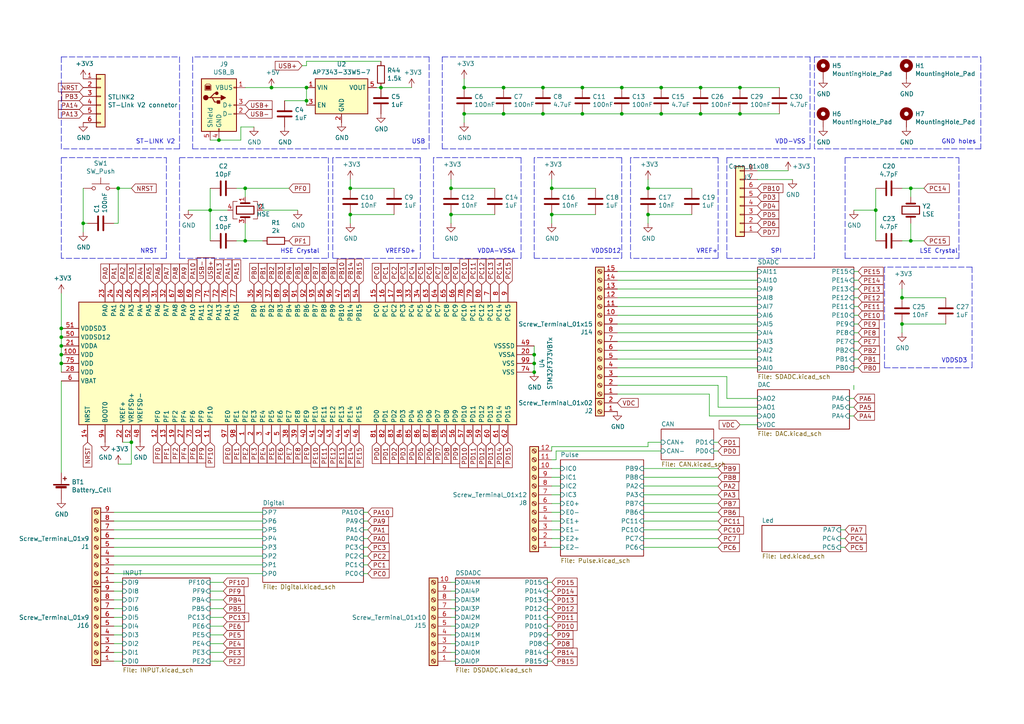
<source format=kicad_sch>
(kicad_sch (version 20211123) (generator eeschema)
  (paper "A4")
  (junction (at 160.02 54.61))
  (junction (at 17.78 97.79))
  (junction (at 154.94 102.87))
  (junction (at 130.81 62.23))
  (junction (at 180.34 33.02))
  (junction (at 264.16 54.61))
  (junction (at 154.94 105.41))
  (junction (at 101.6 54.61))
  (junction (at 254 60.96))
  (junction (at 88.9 25.4))
  (junction (at 154.94 107.95))
  (junction (at 17.78 102.87))
  (junction (at 17.78 105.41))
  (junction (at 17.78 95.25))
  (junction (at 157.48 25.4))
  (junction (at 168.91 25.4))
  (junction (at 38.1 128.27))
  (junction (at 180.34 25.4))
  (junction (at 146.05 33.02))
  (junction (at 261.62 93.98))
  (junction (at 168.91 33.02))
  (junction (at 191.77 25.4))
  (junction (at 134.62 25.4))
  (junction (at 261.62 86.36))
  (junction (at 187.96 62.23))
  (junction (at 191.77 33.02))
  (junction (at 203.2 25.4))
  (junction (at 187.96 54.61))
  (junction (at 34.29 54.61))
  (junction (at 88.9 29.21))
  (junction (at 130.81 54.61))
  (junction (at 134.62 33.02))
  (junction (at 264.16 69.85))
  (junction (at 146.05 25.4))
  (junction (at 63.5 40.64))
  (junction (at 60.96 60.96))
  (junction (at 71.12 54.61))
  (junction (at 160.02 62.23))
  (junction (at 157.48 33.02))
  (junction (at 214.63 33.02))
  (junction (at 203.2 33.02))
  (junction (at 214.63 25.4))
  (junction (at 24.13 64.77))
  (junction (at 71.12 69.85))
  (junction (at 17.78 100.33))
  (junction (at 78.74 25.4))
  (junction (at 101.6 62.23))
  (junction (at 110.49 25.4))
  (wire (pts (xy 158.75 176.53) (xy 160.02 176.53)))
  (polyline (pts (xy 128.27 43.18) (xy 128.27 16.51)))
  (wire (pts (xy 134.62 25.4) (xy 146.05 25.4)))
  (wire (pts (xy 261.62 54.61) (xy 264.16 54.61)))
  (wire (pts (xy 71.12 57.15) (xy 71.12 54.61)))
  (wire (pts (xy 132.08 176.53) (xy 130.81 176.53)))
  (wire (pts (xy 179.07 93.98) (xy 219.71 93.98)))
  (polyline (pts (xy 284.48 43.18) (xy 236.22 43.18)))
  (polyline (pts (xy 210.82 74.93) (xy 236.22 74.93)))
  (wire (pts (xy 157.48 25.4) (xy 168.91 25.4)))
  (wire (pts (xy 210.82 115.57) (xy 210.82 109.22)))
  (wire (pts (xy 64.77 186.69) (xy 60.96 186.69)))
  (wire (pts (xy 134.62 33.02) (xy 146.05 33.02)))
  (wire (pts (xy 172.72 54.61) (xy 160.02 54.61)))
  (wire (pts (xy 247.65 96.52) (xy 248.92 96.52)))
  (wire (pts (xy 17.78 107.95) (xy 17.78 105.41)))
  (wire (pts (xy 132.08 181.61) (xy 130.81 181.61)))
  (wire (pts (xy 33.02 184.15) (xy 35.56 184.15)))
  (wire (pts (xy 76.2 161.29) (xy 33.02 161.29)))
  (wire (pts (xy 132.08 191.77) (xy 130.81 191.77)))
  (polyline (pts (xy 208.28 74.93) (xy 182.88 74.93)))
  (polyline (pts (xy 245.11 45.72) (xy 278.13 45.72)))
  (wire (pts (xy 160.02 133.35) (xy 161.29 133.35)))
  (wire (pts (xy 33.02 189.23) (xy 35.56 189.23)))
  (wire (pts (xy 247.65 86.36) (xy 248.92 86.36)))
  (wire (pts (xy 38.1 128.27) (xy 38.1 134.62)))
  (wire (pts (xy 17.78 97.79) (xy 17.78 95.25)))
  (wire (pts (xy 64.77 184.15) (xy 60.96 184.15)))
  (polyline (pts (xy 55.88 16.51) (xy 55.88 43.18)))
  (wire (pts (xy 158.75 171.45) (xy 160.02 171.45)))
  (wire (pts (xy 254 54.61) (xy 254 60.96)))
  (wire (pts (xy 66.04 60.96) (xy 60.96 60.96)))
  (wire (pts (xy 17.78 95.25) (xy 17.78 85.09)))
  (polyline (pts (xy 17.78 16.51) (xy 52.07 16.51)))
  (wire (pts (xy 114.3 62.23) (xy 101.6 62.23)))
  (wire (pts (xy 105.41 166.37) (xy 106.68 166.37)))
  (wire (pts (xy 34.29 54.61) (xy 34.29 64.77)))
  (wire (pts (xy 180.34 33.02) (xy 191.77 33.02)))
  (wire (pts (xy 33.02 153.67) (xy 76.2 153.67)))
  (wire (pts (xy 60.96 60.96) (xy 54.61 60.96)))
  (wire (pts (xy 186.69 138.43) (xy 208.28 138.43)))
  (wire (pts (xy 33.02 158.75) (xy 76.2 158.75)))
  (wire (pts (xy 274.32 86.36) (xy 261.62 86.36)))
  (wire (pts (xy 101.6 62.23) (xy 101.6 64.77)))
  (wire (pts (xy 114.3 54.61) (xy 101.6 54.61)))
  (wire (pts (xy 186.69 143.51) (xy 208.28 143.51)))
  (wire (pts (xy 33.02 64.77) (xy 34.29 64.77)))
  (wire (pts (xy 76.2 156.21) (xy 33.02 156.21)))
  (wire (pts (xy 160.02 54.61) (xy 160.02 52.07)))
  (wire (pts (xy 24.13 67.31) (xy 24.13 64.77)))
  (wire (pts (xy 132.08 186.69) (xy 130.81 186.69)))
  (wire (pts (xy 186.69 146.05) (xy 208.28 146.05)))
  (wire (pts (xy 247.65 101.6) (xy 248.92 101.6)))
  (wire (pts (xy 187.96 128.27) (xy 191.77 128.27)))
  (wire (pts (xy 219.71 101.6) (xy 179.07 101.6)))
  (polyline (pts (xy 48.26 74.93) (xy 17.78 74.93)))
  (wire (pts (xy 247.65 91.44) (xy 248.92 91.44)))
  (polyline (pts (xy 17.78 16.51) (xy 17.78 43.18)))
  (polyline (pts (xy 125.73 74.93) (xy 151.13 74.93)))
  (wire (pts (xy 264.16 54.61) (xy 267.97 54.61)))
  (wire (pts (xy 76.2 148.59) (xy 33.02 148.59)))
  (wire (pts (xy 101.6 54.61) (xy 101.6 52.07)))
  (wire (pts (xy 246.38 120.65) (xy 247.65 120.65)))
  (wire (pts (xy 34.29 54.61) (xy 38.1 54.61)))
  (polyline (pts (xy 256.54 106.68) (xy 281.94 106.68)))
  (wire (pts (xy 179.07 106.68) (xy 219.71 106.68)))
  (wire (pts (xy 35.56 191.77) (xy 33.02 191.77)))
  (wire (pts (xy 88.9 30.48) (xy 88.9 29.21)))
  (wire (pts (xy 186.69 151.13) (xy 208.28 151.13)))
  (wire (pts (xy 245.11 158.75) (xy 243.84 158.75)))
  (polyline (pts (xy 210.82 45.72) (xy 236.22 45.72)))
  (wire (pts (xy 130.81 184.15) (xy 132.08 184.15)))
  (wire (pts (xy 248.92 99.06) (xy 247.65 99.06)))
  (wire (pts (xy 200.66 62.23) (xy 187.96 62.23)))
  (wire (pts (xy 168.91 25.4) (xy 180.34 25.4)))
  (wire (pts (xy 210.82 109.22) (xy 179.07 109.22)))
  (wire (pts (xy 226.06 33.02) (xy 214.63 33.02)))
  (wire (pts (xy 35.56 176.53) (xy 33.02 176.53)))
  (polyline (pts (xy 17.78 74.93) (xy 17.78 45.72)))
  (wire (pts (xy 106.68 163.83) (xy 105.41 163.83)))
  (wire (pts (xy 187.96 54.61) (xy 187.96 52.07)))
  (wire (pts (xy 71.12 69.85) (xy 76.2 69.85)))
  (wire (pts (xy 134.62 35.56) (xy 134.62 33.02)))
  (wire (pts (xy 208.28 118.11) (xy 208.28 111.76)))
  (wire (pts (xy 247.65 113.03) (xy 247.65 111.76)))
  (wire (pts (xy 187.96 129.54) (xy 187.96 128.27)))
  (wire (pts (xy 274.32 93.98) (xy 261.62 93.98)))
  (wire (pts (xy 254 60.96) (xy 254 69.85)))
  (polyline (pts (xy 281.94 77.47) (xy 256.54 77.47)))
  (wire (pts (xy 71.12 64.77) (xy 71.12 69.85)))
  (wire (pts (xy 68.58 54.61) (xy 71.12 54.61)))
  (wire (pts (xy 186.69 156.21) (xy 208.28 156.21)))
  (wire (pts (xy 200.66 54.61) (xy 187.96 54.61)))
  (wire (pts (xy 248.92 83.82) (xy 247.65 83.82)))
  (wire (pts (xy 254 60.96) (xy 247.65 60.96)))
  (wire (pts (xy 24.13 64.77) (xy 25.4 64.77)))
  (polyline (pts (xy 245.11 74.93) (xy 245.11 45.72)))
  (wire (pts (xy 160.02 135.89) (xy 162.56 135.89)))
  (wire (pts (xy 158.75 181.61) (xy 160.02 181.61)))
  (wire (pts (xy 33.02 173.99) (xy 35.56 173.99)))
  (wire (pts (xy 105.41 161.29) (xy 106.68 161.29)))
  (wire (pts (xy 64.77 171.45) (xy 60.96 171.45)))
  (wire (pts (xy 264.16 69.85) (xy 267.97 69.85)))
  (wire (pts (xy 134.62 25.4) (xy 134.62 22.86)))
  (polyline (pts (xy 154.94 45.72) (xy 154.94 74.93)))
  (wire (pts (xy 154.94 100.33) (xy 154.94 102.87)))
  (wire (pts (xy 179.07 83.82) (xy 219.71 83.82)))
  (wire (pts (xy 64.77 191.77) (xy 60.96 191.77)))
  (wire (pts (xy 219.71 52.07) (xy 229.87 52.07)))
  (wire (pts (xy 219.71 86.36) (xy 179.07 86.36)))
  (wire (pts (xy 60.96 54.61) (xy 60.96 60.96)))
  (polyline (pts (xy 234.95 43.18) (xy 234.95 16.51)))
  (wire (pts (xy 88.9 17.78) (xy 110.49 17.78)))
  (wire (pts (xy 35.56 181.61) (xy 33.02 181.61)))
  (wire (pts (xy 205.74 120.65) (xy 205.74 114.3)))
  (wire (pts (xy 34.29 134.62) (xy 38.1 134.62)))
  (wire (pts (xy 130.81 62.23) (xy 130.81 64.77)))
  (wire (pts (xy 264.16 57.15) (xy 264.16 54.61)))
  (polyline (pts (xy 236.22 16.51) (xy 236.22 43.18)))
  (wire (pts (xy 154.94 107.95) (xy 154.94 105.41)))
  (wire (pts (xy 109.22 25.4) (xy 110.49 25.4)))
  (wire (pts (xy 130.81 168.91) (xy 132.08 168.91)))
  (wire (pts (xy 219.71 81.28) (xy 179.07 81.28)))
  (polyline (pts (xy 151.13 45.72) (xy 125.73 45.72)))
  (wire (pts (xy 146.05 25.4) (xy 157.48 25.4)))
  (wire (pts (xy 82.55 29.21) (xy 88.9 29.21)))
  (polyline (pts (xy 96.52 45.72) (xy 96.52 74.93)))
  (wire (pts (xy 35.56 186.69) (xy 33.02 186.69)))
  (wire (pts (xy 158.75 184.15) (xy 160.02 184.15)))
  (polyline (pts (xy 124.46 43.18) (xy 124.46 16.51)))
  (wire (pts (xy 146.05 33.02) (xy 157.48 33.02)))
  (wire (pts (xy 160.02 62.23) (xy 160.02 64.77)))
  (wire (pts (xy 160.02 138.43) (xy 162.56 138.43)))
  (polyline (pts (xy 208.28 45.72) (xy 208.28 74.93)))
  (wire (pts (xy 86.36 60.96) (xy 76.2 60.96)))
  (polyline (pts (xy 151.13 45.72) (xy 151.13 74.93)))
  (wire (pts (xy 60.96 179.07) (xy 64.77 179.07)))
  (wire (pts (xy 207.01 128.27) (xy 208.28 128.27)))
  (wire (pts (xy 247.65 106.68) (xy 248.92 106.68)))
  (wire (pts (xy 245.11 153.67) (xy 243.84 153.67)))
  (wire (pts (xy 106.68 151.13) (xy 105.41 151.13)))
  (wire (pts (xy 219.71 123.19) (xy 214.63 123.19)))
  (wire (pts (xy 106.68 156.21) (xy 105.41 156.21)))
  (wire (pts (xy 186.69 148.59) (xy 208.28 148.59)))
  (wire (pts (xy 168.91 33.02) (xy 180.34 33.02)))
  (wire (pts (xy 160.02 129.54) (xy 187.96 129.54)))
  (polyline (pts (xy 281.94 77.47) (xy 281.94 106.68)))
  (wire (pts (xy 179.07 88.9) (xy 219.71 88.9)))
  (wire (pts (xy 33.02 151.13) (xy 76.2 151.13)))
  (wire (pts (xy 208.28 111.76) (xy 179.07 111.76)))
  (wire (pts (xy 219.71 96.52) (xy 179.07 96.52)))
  (wire (pts (xy 154.94 102.87) (xy 154.94 105.41)))
  (wire (pts (xy 186.69 153.67) (xy 208.28 153.67)))
  (wire (pts (xy 105.41 148.59) (xy 106.68 148.59)))
  (wire (pts (xy 71.12 54.61) (xy 83.82 54.61)))
  (wire (pts (xy 264.16 64.77) (xy 264.16 69.85)))
  (polyline (pts (xy 52.07 16.51) (xy 52.07 43.18)))
  (wire (pts (xy 68.58 69.85) (xy 71.12 69.85)))
  (wire (pts (xy 63.5 40.64) (xy 60.96 40.64)))
  (polyline (pts (xy 96.52 74.93) (xy 121.92 74.93)))
  (wire (pts (xy 76.2 166.37) (xy 33.02 166.37)))
  (wire (pts (xy 130.81 54.61) (xy 130.81 52.07)))
  (wire (pts (xy 88.9 19.05) (xy 88.9 17.78)))
  (wire (pts (xy 158.75 186.69) (xy 160.02 186.69)))
  (wire (pts (xy 110.49 25.4) (xy 119.38 25.4)))
  (polyline (pts (xy 208.28 45.72) (xy 182.88 45.72)))
  (wire (pts (xy 247.65 81.28) (xy 248.92 81.28)))
  (wire (pts (xy 143.51 62.23) (xy 130.81 62.23)))
  (wire (pts (xy 158.75 168.91) (xy 160.02 168.91)))
  (wire (pts (xy 186.69 135.89) (xy 208.28 135.89)))
  (wire (pts (xy 132.08 171.45) (xy 130.81 171.45)))
  (wire (pts (xy 60.96 60.96) (xy 60.96 69.85)))
  (wire (pts (xy 261.62 86.36) (xy 261.62 83.82)))
  (wire (pts (xy 105.41 153.67) (xy 106.68 153.67)))
  (polyline (pts (xy 180.34 45.72) (xy 154.94 45.72)))
  (polyline (pts (xy 125.73 45.72) (xy 125.73 74.93)))
  (polyline (pts (xy 95.25 45.72) (xy 95.25 74.93)))
  (wire (pts (xy 205.74 114.3) (xy 179.07 114.3)))
  (wire (pts (xy 88.9 29.21) (xy 88.9 25.4)))
  (wire (pts (xy 160.02 158.75) (xy 162.56 158.75)))
  (wire (pts (xy 161.29 130.81) (xy 191.77 130.81)))
  (wire (pts (xy 60.96 168.91) (xy 64.77 168.91)))
  (polyline (pts (xy 245.11 74.93) (xy 278.13 74.93)))
  (wire (pts (xy 186.69 158.75) (xy 208.28 158.75)))
  (polyline (pts (xy 52.07 74.93) (xy 52.07 45.72)))
  (wire (pts (xy 248.92 104.14) (xy 247.65 104.14)))
  (wire (pts (xy 130.81 173.99) (xy 132.08 173.99)))
  (wire (pts (xy 158.75 179.07) (xy 160.02 179.07)))
  (polyline (pts (xy 52.07 74.93) (xy 95.25 74.93)))
  (wire (pts (xy 35.56 128.27) (xy 38.1 128.27)))
  (wire (pts (xy 205.74 120.65) (xy 219.71 120.65)))
  (polyline (pts (xy 182.88 45.72) (xy 182.88 74.93)))
  (wire (pts (xy 179.07 78.74) (xy 219.71 78.74)))
  (wire (pts (xy 158.75 191.77) (xy 160.02 191.77)))
  (wire (pts (xy 78.74 25.4) (xy 88.9 25.4)))
  (wire (pts (xy 219.71 91.44) (xy 179.07 91.44)))
  (wire (pts (xy 158.75 189.23) (xy 160.02 189.23)))
  (polyline (pts (xy 124.46 16.51) (xy 55.88 16.51)))
  (polyline (pts (xy 128.27 16.51) (xy 234.95 16.51)))
  (wire (pts (xy 261.62 69.85) (xy 264.16 69.85)))
  (wire (pts (xy 160.02 130.81) (xy 160.02 129.54)))
  (wire (pts (xy 179.07 104.14) (xy 219.71 104.14)))
  (polyline (pts (xy 52.07 45.72) (xy 95.25 45.72)))
  (polyline (pts (xy 52.07 43.18) (xy 17.78 43.18)))
  (wire (pts (xy 180.34 25.4) (xy 191.77 25.4)))
  (polyline (pts (xy 121.92 45.72) (xy 121.92 74.93)))
  (wire (pts (xy 64.77 181.61) (xy 60.96 181.61)))
  (wire (pts (xy 162.56 156.21) (xy 160.02 156.21)))
  (wire (pts (xy 130.81 189.23) (xy 132.08 189.23)))
  (wire (pts (xy 63.5 40.64) (xy 69.85 40.64)))
  (wire (pts (xy 161.29 133.35) (xy 161.29 130.81)))
  (wire (pts (xy 60.96 173.99) (xy 64.77 173.99)))
  (polyline (pts (xy 256.54 77.47) (xy 256.54 106.68)))
  (wire (pts (xy 33.02 163.83) (xy 76.2 163.83)))
  (wire (pts (xy 69.85 36.83) (xy 73.66 36.83)))
  (wire (pts (xy 17.78 105.41) (xy 17.78 102.87)))
  (wire (pts (xy 246.38 115.57) (xy 247.65 115.57)))
  (wire (pts (xy 162.56 148.59) (xy 160.02 148.59)))
  (polyline (pts (xy 278.13 74.93) (xy 278.13 45.72)))
  (wire (pts (xy 69.85 40.64) (xy 69.85 36.83)))
  (wire (pts (xy 160.02 153.67) (xy 162.56 153.67)))
  (wire (pts (xy 60.96 189.23) (xy 64.77 189.23)))
  (wire (pts (xy 160.02 146.05) (xy 162.56 146.05)))
  (wire (pts (xy 17.78 110.49) (xy 17.78 137.16)))
  (wire (pts (xy 179.07 99.06) (xy 219.71 99.06)))
  (polyline (pts (xy 154.94 74.93) (xy 180.34 74.93)))
  (wire (pts (xy 191.77 25.4) (xy 203.2 25.4)))
  (polyline (pts (xy 210.82 45.72) (xy 210.82 74.93)))
  (wire (pts (xy 248.92 88.9) (xy 247.65 88.9)))
  (wire (pts (xy 160.02 151.13) (xy 162.56 151.13)))
  (wire (pts (xy 130.81 179.07) (xy 132.08 179.07)))
  (wire (pts (xy 33.02 168.91) (xy 35.56 168.91)))
  (wire (pts (xy 247.65 118.11) (xy 246.38 118.11)))
  (polyline (pts (xy 55.88 43.18) (xy 124.46 43.18)))
  (polyline (pts (xy 236.22 74.93) (xy 236.22 45.72)))
  (wire (pts (xy 24.13 54.61) (xy 24.13 64.77)))
  (wire (pts (xy 228.6 49.53) (xy 219.71 49.53)))
  (wire (pts (xy 35.56 171.45) (xy 33.02 171.45)))
  (polyline (pts (xy 128.27 43.18) (xy 234.95 43.18)))
  (wire (pts (xy 71.12 25.4) (xy 78.74 25.4)))
  (wire (pts (xy 248.92 78.74) (xy 247.65 78.74)))
  (polyline (pts (xy 180.34 45.72) (xy 180.34 74.93)))
  (polyline (pts (xy 236.22 16.51) (xy 284.48 16.51)))
  (wire (pts (xy 208.28 118.11) (xy 219.71 118.11)))
  (polyline (pts (xy 17.78 45.72) (xy 48.26 45.72)))
  (wire (pts (xy 64.77 176.53) (xy 60.96 176.53)))
  (wire (pts (xy 203.2 25.4) (xy 214.63 25.4)))
  (wire (pts (xy 261.62 93.98) (xy 261.62 96.52)))
  (polyline (pts (xy 284.48 16.51) (xy 284.48 43.18)))
  (wire (pts (xy 186.69 140.97) (xy 208.28 140.97)))
  (wire (pts (xy 143.51 54.61) (xy 130.81 54.61)))
  (wire (pts (xy 187.96 62.23) (xy 187.96 64.77)))
  (wire (pts (xy 17.78 100.33) (xy 17.78 97.79)))
  (polyline (pts (xy 121.92 45.72) (xy 96.52 45.72)))
  (wire (pts (xy 191.77 33.02) (xy 203.2 33.02)))
  (wire (pts (xy 87.63 19.05) (xy 88.9 19.05)))
  (wire (pts (xy 214.63 25.4) (xy 226.06 25.4)))
  (wire (pts (xy 172.72 62.23) (xy 160.02 62.23)))
  (wire (pts (xy 248.92 93.98) (xy 247.65 93.98)))
  (wire (pts (xy 17.78 102.87) (xy 17.78 100.33)))
  (wire (pts (xy 160.02 140.97) (xy 162.56 140.97)))
  (wire (pts (xy 243.84 156.21) (xy 245.11 156.21)))
  (polyline (pts (xy 48.26 45.72) (xy 48.26 74.93)))
  (wire (pts (xy 105.41 158.75) (xy 106.68 158.75)))
  (wire (pts (xy 214.63 33.02) (xy 203.2 33.02)))
  (wire (pts (xy 162.56 143.51) (xy 160.02 143.51)))
  (wire (pts (xy 208.28 130.81) (xy 207.01 130.81)))
  (wire (pts (xy 210.82 115.57) (xy 219.71 115.57)))
  (wire (pts (xy 33.02 179.07) (xy 35.56 179.07)))
  (wire (pts (xy 158.75 173.99) (xy 160.02 173.99)))
  (wire (pts (xy 157.48 33.02) (xy 168.91 33.02)))
  (text "ST-LINK V2" (at 39.37 41.91 0) (effects (font (size 1.27 1.27)) (justify left bottom)))
  (text "NRST" (at 40.64 73.66 0) (effects (font (size 1.27 1.27)) (justify left bottom)))
  (text "VDDSD12" (at 171.45 73.66 0) (effects (font (size 1.27 1.27)) (justify left bottom)))
  (text "GND holes" (at 273.05 41.91 0) (effects (font (size 1.27 1.27)) (justify left bottom)))
  (text "USB" (at 119.38 41.91 0) (effects (font (size 1.27 1.27)) (justify left bottom)))
  (text "VDD-VSS" (at 224.79 41.91 0) (effects (font (size 1.27 1.27)) (justify left bottom)))
  (text "VDDSD3\n" (at 273.05 105.41 0) (effects (font (size 1.27 1.27)) (justify left bottom)))
  (text "LSE Crystal" (at 266.7 73.66 0) (effects (font (size 1.27 1.27)) (justify left bottom)))
  (text "VREFSD+" (at 111.76 73.66 0) (effects (font (size 1.27 1.27)) (justify left bottom)))
  (text "HSE Crystal" (at 81.28 73.66 0) (effects (font (size 1.27 1.27)) (justify left bottom)))
  (text "VDDA-VSSA" (at 138.43 73.66 0) (effects (font (size 1.27 1.27)) (justify left bottom)))
  (text "SPI" (at 223.52 73.66 0) (effects (font (size 1.27 1.27)) (justify left bottom)))
  (text "VREF+" (at 201.93 73.66 0) (effects (font (size 1.27 1.27)) (justify left bottom)))
  (global_label "PA5" (shape input) (at 43.18 82.55 90) (property "Intersheet References" "${INTERSHEET_REFS}" (effects hide)))
  (global_label "PA6" (shape input) (at 45.72 82.55 90) (property "Intersheet References" "${INTERSHEET_REFS}" (effects hide)))
  (global_label "PD13" (shape input) (at 142.24 128.27 270) (property "Intersheet References" "${INTERSHEET_REFS}" (effects hide)))
  (global_label "PE12" (shape input) (at 248.92 86.36 0) (property "Intersheet References" "${INTERSHEET_REFS}" (effects hide)))
  (global_label "PB0" (shape input) (at 248.92 106.68 0) (property "Intersheet References" "${INTERSHEET_REFS}" (effects hide)))
  (global_label "PB7" (shape input) (at 91.44 82.55 90) (property "Intersheet References" "${INTERSHEET_REFS}" (effects hide)))
  (global_label "USB+" (shape input) (at 71.12 30.48 0) (property "Intersheet References" "${INTERSHEET_REFS}" (effects hide)))
  (global_label "PF2" (shape input) (at 50.8 128.27 270) (property "Intersheet References" "${INTERSHEET_REFS}" (effects hide)))
  (global_label "PA13" (shape input) (at 63.5 82.55 90) (property "Intersheet References" "${INTERSHEET_REFS}" (effects hide)))
  (global_label "PE7" (shape input) (at 248.92 99.06 0) (property "Intersheet References" "${INTERSHEET_REFS}" (effects hide)))
  (global_label "PA14" (shape input) (at 66.04 82.55 90) (property "Intersheet References" "${INTERSHEET_REFS}" (effects hide)))
  (global_label "PE5" (shape input) (at 78.74 128.27 270) (property "Intersheet References" "${INTERSHEET_REFS}" (effects hide)))
  (global_label "PB14" (shape input) (at 101.6 82.55 90) (property "Intersheet References" "${INTERSHEET_REFS}" (effects hide)))
  (global_label "PE12" (shape input) (at 96.52 128.27 270) (property "Intersheet References" "${INTERSHEET_REFS}" (effects hide)))
  (global_label "NRST" (shape input) (at 24.13 25.4 180) (property "Intersheet References" "${INTERSHEET_REFS}" (effects hide)))
  (global_label "NRST" (shape input) (at 38.1 54.61 0) (property "Intersheet References" "${INTERSHEET_REFS}" (effects hide)))
  (global_label "PA7" (shape input) (at 245.11 153.67 0) (property "Intersheet References" "${INTERSHEET_REFS}" (effects hide)))
  (global_label "PB10" (shape input) (at 219.71 54.61 0) (property "Intersheet References" "${INTERSHEET_REFS}" (effects hide)))
  (global_label "PF6" (shape input) (at 55.88 128.27 270) (property "Intersheet References" "${INTERSHEET_REFS}" (effects hide)))
  (global_label "PD4" (shape input) (at 119.38 128.27 270) (property "Intersheet References" "${INTERSHEET_REFS}" (effects hide)))
  (global_label "PE13" (shape input) (at 99.06 128.27 270) (property "Intersheet References" "${INTERSHEET_REFS}" (effects hide)))
  (global_label "PC4" (shape input) (at 245.11 156.21 0) (property "Intersheet References" "${INTERSHEET_REFS}" (effects hide)))
  (global_label "PB7" (shape input) (at 208.28 146.05 0) (property "Intersheet References" "${INTERSHEET_REFS}" (effects hide)))
  (global_label "PE8" (shape input) (at 86.36 128.27 270) (property "Intersheet References" "${INTERSHEET_REFS}" (effects hide)))
  (global_label "USB+" (shape input) (at 87.63 19.05 180) (property "Intersheet References" "${INTERSHEET_REFS}" (effects hide)))
  (global_label "PA9" (shape input) (at 106.68 151.13 0) (property "Intersheet References" "${INTERSHEET_REFS}" (effects hide)))
  (global_label "PC13" (shape input) (at 142.24 82.55 90) (property "Intersheet References" "${INTERSHEET_REFS}" (effects hide)))
  (global_label "PE15" (shape input) (at 248.92 78.74 0) (property "Intersheet References" "${INTERSHEET_REFS}" (effects hide)))
  (global_label "PC15" (shape input) (at 147.32 82.55 90) (property "Intersheet References" "${INTERSHEET_REFS}" (effects hide)))
  (global_label "PC0" (shape input) (at 109.22 82.55 90) (property "Intersheet References" "${INTERSHEET_REFS}" (effects hide)))
  (global_label "PA15" (shape input) (at 68.58 82.55 90) (property "Intersheet References" "${INTERSHEET_REFS}" (effects hide)))
  (global_label "PC12" (shape input) (at 139.7 82.55 90) (property "Intersheet References" "${INTERSHEET_REFS}" (effects hide)))
  (global_label "PD3" (shape input) (at 116.84 128.27 270) (property "Intersheet References" "${INTERSHEET_REFS}" (effects hide)))
  (global_label "PF10" (shape input) (at 60.96 128.27 270) (property "Intersheet References" "${INTERSHEET_REFS}" (effects hide)))
  (global_label "PB15" (shape input) (at 104.14 82.55 90) (property "Intersheet References" "${INTERSHEET_REFS}" (effects hide)))
  (global_label "PE8" (shape input) (at 248.92 96.52 0) (property "Intersheet References" "${INTERSHEET_REFS}" (effects hide)))
  (global_label "PE14" (shape input) (at 101.6 128.27 270) (property "Intersheet References" "${INTERSHEET_REFS}" (effects hide)))
  (global_label "PC6" (shape input) (at 124.46 82.55 90) (property "Intersheet References" "${INTERSHEET_REFS}" (effects hide)))
  (global_label "PD5" (shape input) (at 121.92 128.27 270) (property "Intersheet References" "${INTERSHEET_REFS}" (effects hide)))
  (global_label "PA1" (shape input) (at 33.02 82.55 90) (property "Intersheet References" "${INTERSHEET_REFS}" (effects hide)))
  (global_label "PD13" (shape input) (at 160.02 173.99 0) (property "Intersheet References" "${INTERSHEET_REFS}" (effects hide)))
  (global_label "PE4" (shape input) (at 76.2 128.27 270) (property "Intersheet References" "${INTERSHEET_REFS}" (effects hide)))
  (global_label "PC15" (shape input) (at 267.97 69.85 0) (property "Intersheet References" "${INTERSHEET_REFS}" (effects hide)))
  (global_label "PD4" (shape input) (at 219.71 59.69 0) (property "Intersheet References" "${INTERSHEET_REFS}" (effects hide)))
  (global_label "PD0" (shape input) (at 208.28 130.81 0) (property "Intersheet References" "${INTERSHEET_REFS}" (effects hide)))
  (global_label "PF1" (shape input) (at 48.26 128.27 270) (property "Intersheet References" "${INTERSHEET_REFS}" (effects hide)))
  (global_label "PB15" (shape input) (at 160.02 191.77 0) (property "Intersheet References" "${INTERSHEET_REFS}" (effects hide)))
  (global_label "PA3" (shape input) (at 38.1 82.55 90) (property "Intersheet References" "${INTERSHEET_REFS}" (effects hide)))
  (global_label "PD12" (shape input) (at 139.7 128.27 270) (property "Intersheet References" "${INTERSHEET_REFS}" (effects hide)))
  (global_label "PE9" (shape input) (at 88.9 128.27 270) (property "Intersheet References" "${INTERSHEET_REFS}" (effects hide)))
  (global_label "PC14" (shape input) (at 267.97 54.61 0) (property "Intersheet References" "${INTERSHEET_REFS}" (effects hide)))
  (global_label "PB2" (shape input) (at 248.92 101.6 0) (property "Intersheet References" "${INTERSHEET_REFS}" (effects hide)))
  (global_label "PE5" (shape input) (at 64.77 184.15 0) (property "Intersheet References" "${INTERSHEET_REFS}" (effects hide)))
  (global_label "PB0" (shape input) (at 73.66 82.55 90) (property "Intersheet References" "${INTERSHEET_REFS}" (effects hide)))
  (global_label "PE7" (shape input) (at 83.82 128.27 270) (property "Intersheet References" "${INTERSHEET_REFS}" (effects hide)))
  (global_label "PD9" (shape input) (at 132.08 128.27 270) (property "Intersheet References" "${INTERSHEET_REFS}" (effects hide)))
  (global_label "PC5" (shape input) (at 121.92 82.55 90) (property "Intersheet References" "${INTERSHEET_REFS}" (effects hide)))
  (global_label "PB10" (shape input) (at 99.06 82.55 90) (property "Intersheet References" "${INTERSHEET_REFS}" (effects hide)))
  (global_label "PA7" (shape input) (at 48.26 82.55 90) (property "Intersheet References" "${INTERSHEET_REFS}" (effects hide)))
  (global_label "PC14" (shape input) (at 144.78 82.55 90) (property "Intersheet References" "${INTERSHEET_REFS}" (effects hide)))
  (global_label "PB5" (shape input) (at 86.36 82.55 90) (property "Intersheet References" "${INTERSHEET_REFS}" (effects hide)))
  (global_label "PE15" (shape input) (at 104.14 128.27 270) (property "Intersheet References" "${INTERSHEET_REFS}" (effects hide)))
  (global_label "PB5" (shape input) (at 64.77 176.53 0) (property "Intersheet References" "${INTERSHEET_REFS}" (effects hide)))
  (global_label "PB4" (shape input) (at 83.82 82.55 90) (property "Intersheet References" "${INTERSHEET_REFS}" (effects hide)))
  (global_label "PD11" (shape input) (at 160.02 179.07 0) (property "Intersheet References" "${INTERSHEET_REFS}" (effects hide)))
  (global_label "PC3" (shape input) (at 116.84 82.55 90) (property "Intersheet References" "${INTERSHEET_REFS}" (effects hide)))
  (global_label "PD3" (shape input) (at 219.71 57.15 0) (property "Intersheet References" "${INTERSHEET_REFS}" (effects hide)))
  (global_label "PC1" (shape input) (at 111.76 82.55 90) (property "Intersheet References" "${INTERSHEET_REFS}" (effects hide)))
  (global_label "PD10" (shape input) (at 134.62 128.27 270) (property "Intersheet References" "${INTERSHEET_REFS}" (effects hide)))
  (global_label "PB6" (shape input) (at 88.9 82.55 90) (property "Intersheet References" "${INTERSHEET_REFS}" (effects hide)))
  (global_label "PC1" (shape input) (at 106.68 163.83 0) (property "Intersheet References" "${INTERSHEET_REFS}" (effects hide)))
  (global_label "PA8" (shape input) (at 50.8 82.55 90) (property "Intersheet References" "${INTERSHEET_REFS}" (effects hide)))
  (global_label "PE6" (shape input) (at 81.28 128.27 270) (property "Intersheet References" "${INTERSHEET_REFS}" (effects hide)))
  (global_label "PF0" (shape input) (at 45.72 128.27 270) (property "Intersheet References" "${INTERSHEET_REFS}" (effects hide)))
  (global_label "PC5" (shape input) (at 245.11 158.75 0) (property "Intersheet References" "${INTERSHEET_REFS}" (effects hide)))
  (global_label "PD15" (shape input) (at 147.32 128.27 270) (property "Intersheet References" "${INTERSHEET_REFS}" (effects hide)))
  (global_label "PE10" (shape input) (at 248.92 91.44 0) (property "Intersheet References" "${INTERSHEET_REFS}" (effects hide)))
  (global_label "PB1" (shape input) (at 248.92 104.14 0) (property "Intersheet References" "${INTERSHEET_REFS}" (effects hide)))
  (global_label "PD8" (shape input) (at 160.02 186.69 0) (property "Intersheet References" "${INTERSHEET_REFS}" (effects hide)))
  (global_label "PC13" (shape input) (at 64.77 179.07 0) (property "Intersheet References" "${INTERSHEET_REFS}" (effects hide)))
  (global_label "PE11" (shape input) (at 93.98 128.27 270) (property "Intersheet References" "${INTERSHEET_REFS}" (effects hide)))
  (global_label "PC0" (shape input) (at 106.68 166.37 0) (property "Intersheet References" "${INTERSHEET_REFS}" (effects hide)))
  (global_label "PE10" (shape input) (at 91.44 128.27 270) (property "Intersheet References" "${INTERSHEET_REFS}" (effects hide)))
  (global_label "PD7" (shape input) (at 219.71 67.31 0) (property "Intersheet References" "${INTERSHEET_REFS}" (effects hide)))
  (global_label "PA13" (shape input) (at 24.13 33.02 180) (property "Intersheet References" "${INTERSHEET_REFS}" (effects hide)))
  (global_label "PB9" (shape input) (at 208.28 135.89 0) (property "Intersheet References" "${INTERSHEET_REFS}" (effects hide)))
  (global_label "PA1" (shape input) (at 106.68 153.67 0) (property "Intersheet References" "${INTERSHEET_REFS}" (effects hide)))
  (global_label "PB3" (shape input) (at 81.28 82.55 90) (property "Intersheet References" "${INTERSHEET_REFS}" (effects hide)))
  (global_label "PA10" (shape input) (at 106.68 148.59 0) (property "Intersheet References" "${INTERSHEET_REFS}" (effects hide)))
  (global_label "PC10" (shape input) (at 208.28 153.67 0) (property "Intersheet References" "${INTERSHEET_REFS}" (effects hide)))
  (global_label "PC2" (shape input) (at 114.3 82.55 90) (property "Intersheet References" "${INTERSHEET_REFS}" (effects hide)))
  (global_label "PC7" (shape input) (at 208.28 156.21 0) (property "Intersheet References" "${INTERSHEET_REFS}" (effects hide)))
  (global_label "PC11" (shape input) (at 208.28 151.13 0) (property "Intersheet References" "${INTERSHEET_REFS}" (effects hide)))
  (global_label "PA4" (shape input) (at 247.65 120.65 0) (property "Intersheet References" "${INTERSHEET_REFS}" (effects hide)))
  (global_label "USB-" (shape input) (at 71.12 33.02 0) (property "Intersheet References" "${INTERSHEET_REFS}" (effects hide)))
  (global_label "PE11" (shape input) (at 248.92 88.9 0) (property "Intersheet References" "${INTERSHEET_REFS}" (effects hide)))
  (global_label "PF1" (shape input) (at 83.82 69.85 0) (property "Intersheet References" "${INTERSHEET_REFS}" (effects hide)))
  (global_label "PD12" (shape input) (at 160.02 176.53 0) (property "Intersheet References" "${INTERSHEET_REFS}" (effects hide)))
  (global_label "PB14" (shape input) (at 160.02 189.23 0) (property "Intersheet References" "${INTERSHEET_REFS}" (effects hide)))
  (global_label "PA10" (shape input) (at 55.88 82.55 90) (property "Intersheet References" "${INTERSHEET_REFS}" (effects hide)))
  (global_label "PE6" (shape input) (at 64.77 181.61 0) (property "Intersheet References" "${INTERSHEET_REFS}" (effects hide)))
  (global_label "PE14" (shape input) (at 248.92 81.28 0) (property "Intersheet References" "${INTERSHEET_REFS}" (effects hide)))
  (global_label "PF4" (shape input) (at 53.34 128.27 270) (property "Intersheet References" "${INTERSHEET_REFS}" (effects hide)))
  (global_label "PD11" (shape input) (at 137.16 128.27 270) (property "Intersheet References" "${INTERSHEET_REFS}" (effects hide)))
  (global_label "PC3" (shape input) (at 106.68 158.75 0) (property "Intersheet References" "${INTERSHEET_REFS}" (effects hide)))
  (global_label "PD8" (shape input) (at 129.54 128.27 270) (property "Intersheet References" "${INTERSHEET_REFS}" (effects hide)))
  (global_label "PD6" (shape input) (at 124.46 128.27 270) (property "Intersheet References" "${INTERSHEET_REFS}" (effects hide)))
  (global_label "NRST" (shape input) (at 25.4 128.27 270) (property "Intersheet References" "${INTERSHEET_REFS}" (effects hide)))
  (global_label "PB1" (shape input) (at 76.2 82.55 90) (property "Intersheet References" "${INTERSHEET_REFS}" (effects hide)))
  (global_label "PB8" (shape input) (at 93.98 82.55 90) (property "Intersheet References" "${INTERSHEET_REFS}" (effects hide)))
  (global_label "PE3" (shape input) (at 64.77 189.23 0) (property "Intersheet References" "${INTERSHEET_REFS}" (effects hide)))
  (global_label "PA0" (shape input) (at 30.48 82.55 90) (property "Intersheet References" "${INTERSHEET_REFS}" (effects hide)))
  (global_label "PC8" (shape input) (at 129.54 82.55 90) (property "Intersheet References" "${INTERSHEET_REFS}" (effects hide)))
  (global_label "PA0" (shape input) (at 106.68 156.21 0) (property "Intersheet References" "${INTERSHEET_REFS}" (effects hide)))
  (global_label "PC6" (shape input) (at 208.28 158.75 0) (property "Intersheet References" "${INTERSHEET_REFS}" (effects hide)))
  (global_label "PC4" (shape input) (at 119.38 82.55 90) (property "Intersheet References" "${INTERSHEET_REFS}" (effects hide)))
  (global_label "PB6" (shape input) (at 208.28 148.59 0) (property "Intersheet References" "${INTERSHEET_REFS}" (effects hide)))
  (global_label "PE0" (shape input) (at 66.04 128.27 270) (property "Intersheet References" "${INTERSHEET_REFS}" (effects hide)))
  (global_label "PD14" (shape input) (at 160.02 171.45 0) (property "Intersheet References" "${INTERSHEET_REFS}" (effects hide)))
  (global_label "PC7" (shape input) (at 127 82.55 90) (property "Intersheet References" "${INTERSHEET_REFS}" (effects hide)))
  (global_label "PE1" (shape input) (at 68.58 128.27 270) (property "Intersheet References" "${INTERSHEET_REFS}" (effects hide)))
  (global_label "PA2" (shape input) (at 208.28 140.97 0) (property "Intersheet References" "${INTERSHEET_REFS}" (effects hide)))
  (global_label "PC2" (shape input) (at 106.68 161.29 0) (property "Intersheet References" "${INTERSHEET_REFS}" (effects hide)))
  (global_label "PD15" (shape input) (at 160.02 168.91 0) (property "Intersheet References" "${INTERSHEET_REFS}" (effects hide)))
  (global_label "PC11" (shape input) (at 137.16 82.55 90) (property "Intersheet References" "${INTERSHEET_REFS}" (effects hide)))
  (global_label "VDC" (shape input) (at 214.63 123.19 180) (property "Intersheet References" "${INTERSHEET_REFS}" (effects hide)))
  (global_label "USB+" (shape input) (at 60.96 82.55 90) (property "Intersheet References" "${INTERSHEET_REFS}" (effects hide)))
  (global_label "PF9" (shape input) (at 64.77 171.45 0) (property "Intersheet References" "${INTERSHEET_REFS}" (effects hide)))
  (global_label "PD1" (shape input) (at 111.76 128.27 270) (property "Intersheet References" "${INTERSHEET_REFS}" (effects hide)))
  (global_label "PB4" (shape input) (at 64.77 173.99 0) (property "Intersheet References" "${INTERSHEET_REFS}" (effects hide)))
  (global_label "PD9" (shape input) (at 160.02 184.15 0) (property "Intersheet References" "${INTERSHEET_REFS}" (effects hide)))
  (global_label "PD1" (shape input) (at 208.28 128.27 0) (property "Intersheet References" "${INTERSHEET_REFS}" (effects hide)))
  (global_label "PC9" (shape input) (at 132.08 82.55 90) (property "Intersheet References" "${INTERSHEET_REFS}" (effects hide)))
  (global_label "PD0" (shape input) (at 109.22 128.27 270) (property "Intersheet References" "${INTERSHEET_REFS}" (effects hide)))
  (global_label "PD10" (shape input) (at 160.02 181.61 0) (property "Intersheet References" "${INTERSHEET_REFS}" (effects hide)))
  (global_label "PA5" (shape input) (at 247.65 118.11 0) (property "Intersheet References" "${INTERSHEET_REFS}" (effects hide)))
  (global_label "PD7" (shape input) (at 127 128.27 270) (property "Intersheet References" "${INTERSHEET_REFS}" (effects hide)))
  (global_label "PA6" (shape input) (at 247.65 115.57 0) (property "Intersheet References" "${INTERSHEET_REFS}" (effects hide)))
  (global_label "PB3" (shape input) (at 24.13 27.94 180) (property "Intersheet References" "${INTERSHEET_REFS}" (effects hide)))
  (global_label "PA9" (shape input) (at 53.34 82.55 90) (property "Intersheet References" "${INTERSHEET_REFS}" (effects hide)))
  (global_label "PF10" (shape input) (at 64.77 168.91 0) (property "Intersheet References" "${INTERSHEET_REFS}" (effects hide)))
  (global_label "PE2" (shape input) (at 64.77 191.77 0) (property "Intersheet References" "${INTERSHEET_REFS}" (effects hide)))
  (global_label "VDC" (shape input) (at 179.07 116.84 0) (property "Intersheet References" "${INTERSHEET_REFS}" (effects hide)))
  (global_label "PE4" (shape input) (at 64.77 186.69 0) (property "Intersheet References" "${INTERSHEET_REFS}" (effects hide)))
  (global_label "PB9" (shape input) (at 96.52 82.55 90) (property "Intersheet References" "${INTERSHEET_REFS}" (effects hide)))
  (global_label "PD2" (shape input) (at 114.3 128.27 270) (property "Intersheet References" "${INTERSHEET_REFS}" (effects hide)))
  (global_label "PB2" (shape input) (at 78.74 82.55 90) (property "Intersheet References" "${INTERSHEET_REFS}" (effects hide)))
  (global_label "PA14" (shape input) (at 24.13 30.48 180) (property "Intersheet References" "${INTERSHEET_REFS}" (effects hide)))
  (global_label "PF9" (shape input) (at 58.42 128.27 270) (property "Intersheet References" "${INTERSHEET_REFS}" (effects hide)))
  (global_label "PE13" (shape input) (at 248.92 83.82 0) (property "Intersheet References" "${INTERSHEET_REFS}" (effects hide)))
  (global_label "PD14" (shape input) (at 144.78 128.27 270) (property "Intersheet References" "${INTERSHEET_REFS}" (effects hide)))
  (global_label "PA4" (shape input) (at 40.64 82.55 90) (property "Intersheet References" "${INTERSHEET_REFS}" (effects hide)))
  (global_label "PE9" (shape input) (at 248.92 93.98 0) (property "Intersheet References" "${INTERSHEET_REFS}" (effects hide)))
  (global_label "PF0" (shape input) (at 83.82 54.61 0) (property "Intersheet References" "${INTERSHEET_REFS}" (effects hide)))
  (global_label "PB8" (shape input) (at 208.28 138.43 0) (property "Intersheet References" "${INTERSHEET_REFS}" (effects hide)))
  (global_label "PD5" (shape input) (at 219.71 62.23 0) (property "Intersheet References" "${INTERSHEET_REFS}" (effects hide)))
  (global_label "USB-" (shape input) (at 58.42 82.55 90) (property "Intersheet References" "${INTERSHEET_REFS}" (effects hide)))
  (global_label "PE2" (shape input) (at 71.12 128.27 270) (property "Intersheet References" "${INTERSHEET_REFS}" (effects hide)))
  (global_label "PA3" (shape input) (at 208.28 143.51 0) (property "Intersheet References" "${INTERSHEET_REFS}" (effects hide)))
  (global_label "PD6" (shape input) (at 219.71 64.77 0) (property "Intersheet References" "${INTERSHEET_REFS}" (effects hide)))
  (global_label "PE3" (shape input) (at 73.66 128.27 270) (property "Intersheet References" "${INTERSHEET_REFS}" (effects hide)))
  (global_label "PA2" (shape input) (at 35.56 82.55 90) (property "Intersheet References" "${INTERSHEET_REFS}" (effects hide)))
  (global_label "PC10" (shape input) (at 134.62 82.55 90) (property "Intersheet References" "${INTERSHEET_REFS}" (effects hide)))
  (symbol (lib_id "Device:C") (at 134.62 29.21 0) (unit 1)
    (property "Reference" "C6" (at 137.541 28.0416 0) (effects (justify left)))
    (property "Value" "100nF" (at 137.541 30.353 0) (effects (justify left)))
    (property "Footprint" "Capacitor_SMD:C_0603_1608Metric" (effects hide))
    (property "Datasheet" "581-06033G104Z" (effects hide))
    (property "LCSC" "C14663" (effects hide))
    (property "Comment" "Mouser" (effects hide))
  )
  (symbol (lib_id "DAC-ADC-PWM-IO-rescue:+3.3V-power") (at 134.62 22.86 0) (unit 1)
    (property "Reference" "#PWR08" (effects hide))
    (property "Value" "+3.3V" (at 135.001 18.4658 0))
  )
  (symbol (lib_id "power:GND") (at 134.62 35.56 0) (unit 1)
    (property "Reference" "#PWR09" (effects hide))
    (property "Value" "GND" (at 134.747 39.9542 0))
  )
  (symbol (lib_id "Device:C") (at 101.6 58.42 0) (unit 1)
    (property "Reference" "C10" (at 104.521 57.2516 0) (effects (justify left)))
    (property "Value" "10nF" (at 104.521 59.563 0) (effects (justify left)))
    (property "Footprint" "Capacitor_SMD:C_0603_1608Metric" (effects hide))
    (property "Datasheet" "187-CL10B103KO8NNNC" (effects hide))
    (property "LCSC" "C57112" (effects hide))
    (property "Comment" "Mouser" (effects hide))
  )
  (symbol (lib_id "power:GND") (at 101.6 64.77 0) (unit 1)
    (property "Reference" "#PWR012" (effects hide))
    (property "Value" "GND" (at 101.727 69.1642 0))
  )
  (symbol (lib_id "DAC-ADC-PWM-IO-rescue:+3.3V-power") (at 101.6 52.07 0) (unit 1)
    (property "Reference" "#PWR011" (effects hide))
    (property "Value" "+3.3V" (at 101.981 47.6758 0))
  )
  (symbol (lib_id "power:GND") (at 130.81 64.77 0) (unit 1)
    (property "Reference" "#PWR016" (effects hide))
    (property "Value" "GND" (at 130.937 69.1642 0))
  )
  (symbol (lib_id "DAC-ADC-PWM-IO-rescue:+3.3V-power") (at 130.81 52.07 0) (unit 1)
    (property "Reference" "#PWR015" (effects hide))
    (property "Value" "+3.3V" (at 131.191 47.6758 0))
  )
  (symbol (lib_id "Switch:SW_Push") (at 29.21 54.61 0) (unit 1)
    (property "Reference" "SW1" (at 29.21 47.371 0))
    (property "Value" "SW_Push" (at 29.21 49.6824 0))
    (property "Footprint" "Button_Switch_SMD:SW_SPST_FSMSM" (effects hide))
    (property "Datasheet" "506-FSMSM" (effects hide))
    (property "Mouser Eletronics" "506-FSMSM" (effects hide))
    (property "Comment" "Återanvänd" (effects hide))
  )
  (symbol (lib_id "power:GND") (at 24.13 67.31 0) (unit 1)
    (property "Reference" "#PWR02" (effects hide))
    (property "Value" "GND" (at 24.257 71.7042 0))
  )
  (symbol (lib_id "Device:R") (at 80.01 69.85 90) (unit 1)
    (property "Reference" "R1" (at 80.01 64.5922 90))
    (property "Value" "2k" (at 80.01 66.9036 90))
    (property "Footprint" "Resistor_SMD:R_0402_1005Metric" (effects hide))
    (property "Datasheet" "791-WR04X2001FTL" (effects hide))
    (property "Comment" "Mouser" (effects hide))
  )
  (symbol (lib_id "DAC-ADC-PWM-IO-rescue:+3.3V-power") (at 24.13 22.86 0) (unit 1)
    (property "Reference" "#PWR0105" (effects hide))
    (property "Value" "+3.3V" (at 24.511 18.4658 0))
  )
  (symbol (lib_id "power:GND") (at 24.13 35.56 0) (unit 1)
    (property "Reference" "#PWR080" (effects hide))
    (property "Value" "GND" (at 24.257 39.9542 0))
  )
  (symbol (lib_id "Device:C") (at 146.05 29.21 0) (unit 1)
    (property "Reference" "C7" (at 148.971 28.0416 0) (effects (justify left)))
    (property "Value" "100nF" (at 148.971 30.353 0) (effects (justify left)))
    (property "Footprint" "Capacitor_SMD:C_0603_1608Metric" (effects hide))
    (property "Datasheet" "581-06033G104Z" (effects hide))
    (property "LCSC" "C14663" (effects hide))
    (property "Comment" "Mouser" (effects hide))
  )
  (symbol (lib_id "Device:C") (at 157.48 29.21 0) (unit 1)
    (property "Reference" "C8" (at 160.401 28.0416 0) (effects (justify left)))
    (property "Value" "4.7uF" (at 160.401 30.353 0) (effects (justify left)))
    (property "Footprint" "Capacitor_SMD:C_0603_1608Metric" (effects hide))
    (property "Datasheet" "187-CL10A475KQ8NNNL" (effects hide))
    (property "LCSC" "C19666" (effects hide))
    (property "Comment" "Mouser" (effects hide))
  )
  (symbol (lib_id "Device:C") (at 114.3 58.42 0) (unit 1)
    (property "Reference" "C9" (at 117.221 57.2516 0) (effects (justify left)))
    (property "Value" "1uF" (at 117.221 59.563 0) (effects (justify left)))
    (property "Footprint" "Capacitor_SMD:C_0603_1608Metric" (effects hide))
    (property "Datasheet" "187-CL10A105KP8NNWC" (effects hide))
    (property "LCSC" "C15849" (effects hide))
    (property "Comment" "Mouser" (effects hide))
  )
  (symbol (lib_id "Device:C") (at 130.81 58.42 0) (unit 1)
    (property "Reference" "C12" (at 133.731 57.2516 0) (effects (justify left)))
    (property "Value" "10nF" (at 133.731 59.563 0) (effects (justify left)))
    (property "Footprint" "Capacitor_SMD:C_0603_1608Metric" (effects hide))
    (property "Datasheet" "187-CL10B103KO8NNNC" (effects hide))
    (property "LCSC" "C57112" (effects hide))
    (property "Comment" "Mouser" (effects hide))
  )
  (symbol (lib_id "Device:C") (at 143.51 58.42 0) (unit 1)
    (property "Reference" "C14" (at 146.431 57.2516 0) (effects (justify left)))
    (property "Value" "1uF" (at 146.431 59.563 0) (effects (justify left)))
    (property "Footprint" "Capacitor_SMD:C_0603_1608Metric" (effects hide))
    (property "Datasheet" "187-CL10A105KP8NNWC" (effects hide))
    (property "LCSC" "C15849" (effects hide))
    (property "Comment" "Mouser" (effects hide))
  )
  (symbol (lib_id "Connector_Generic:Conn_01x06") (at 29.21 27.94 0) (unit 1)
    (property "Reference" "STLINK2" (at 31.242 28.1432 0) (effects (justify left)))
    (property "Value" "ST-Link V2 connetor" (at 31.242 30.4546 0) (effects (justify left)))
    (property "Footprint" "Connector_PinHeader_2.54mm:PinHeader_1x06_P2.54mm_Vertical" (effects hide))
  )
  (symbol (lib_id "power:GND") (at 160.02 64.77 0) (unit 1)
    (property "Reference" "#PWR032" (effects hide))
    (property "Value" "GND" (at 160.147 69.1642 0))
  )
  (symbol (lib_id "DAC-ADC-PWM-IO-rescue:+3.3V-power") (at 160.02 52.07 0) (unit 1)
    (property "Reference" "#PWR029" (effects hide))
    (property "Value" "+3.3V" (at 160.401 47.6758 0))
  )
  (symbol (lib_id "Device:C") (at 160.02 58.42 0) (unit 1)
    (property "Reference" "C16" (at 162.941 57.2516 0) (effects (justify left)))
    (property "Value" "10nF" (at 162.941 59.563 0) (effects (justify left)))
    (property "Footprint" "Capacitor_SMD:C_0603_1608Metric" (effects hide))
    (property "Datasheet" "187-CL10B103KO8NNNC" (effects hide))
    (property "LCSC" "C57112" (effects hide))
    (property "Comment" "Mouser" (effects hide))
  )
  (symbol (lib_id "Device:C") (at 172.72 58.42 0) (unit 1)
    (property "Reference" "C18" (at 175.641 57.2516 0) (effects (justify left)))
    (property "Value" "1uF" (at 175.641 59.563 0) (effects (justify left)))
    (property "Footprint" "Capacitor_SMD:C_0603_1608Metric" (effects hide))
    (property "Datasheet" "187-CL10A105KP8NNWC" (effects hide))
    (property "LCSC" "C15849" (effects hide))
    (property "Comment" "Mouser" (effects hide))
  )
  (symbol (lib_id "Device:C") (at 29.21 64.77 90) (unit 1)
    (property "Reference" "C1" (at 28.0416 61.849 0) (effects (justify left)))
    (property "Value" "100nF" (at 30.353 61.849 0) (effects (justify left)))
    (property "Footprint" "Capacitor_SMD:C_0603_1608Metric" (effects hide))
    (property "Datasheet" "581-06033G104Z" (effects hide))
    (property "LCSC" "C14663" (effects hide))
    (property "Comment" "Mouser" (effects hide))
  )
  (symbol (lib_id "Mechanical:MountingHole_Pad") (at 238.76 34.29 0) (unit 1)
    (property "Reference" "H6" (at 241.3 33.0454 0) (effects (justify left)))
    (property "Value" "MountingHole_Pad" (at 241.3 35.3568 0) (effects (justify left)))
    (property "Footprint" "MountingHole:MountingHole_2.7mm_M2.5_DIN965_Pad" (effects hide))
  )
  (symbol (lib_id "power:GND") (at 238.76 36.83 0) (unit 1)
    (property "Reference" "#PWR064" (effects hide))
    (property "Value" "GND" (at 238.887 41.2242 0))
  )
  (symbol (lib_id "Mechanical:MountingHole_Pad") (at 262.89 34.29 0) (unit 1)
    (property "Reference" "H7" (at 265.43 33.0454 0) (effects (justify left)))
    (property "Value" "MountingHole_Pad" (at 265.43 35.3568 0) (effects (justify left)))
    (property "Footprint" "MountingHole:MountingHole_2.7mm_M2.5_DIN965_Pad" (effects hide))
  )
  (symbol (lib_id "power:GND") (at 262.89 36.83 0) (unit 1)
    (property "Reference" "#PWR067" (effects hide))
    (property "Value" "GND" (at 263.017 41.2242 0))
  )
  (symbol (lib_id "Mechanical:MountingHole_Pad") (at 238.76 20.32 0) (unit 1)
    (property "Reference" "H5" (at 241.3 19.0754 0) (effects (justify left)))
    (property "Value" "MountingHole_Pad" (at 241.3 21.3868 0) (effects (justify left)))
    (property "Footprint" "MountingHole:MountingHole_2.7mm_M2.5_DIN965_Pad" (effects hide))
  )
  (symbol (lib_id "power:GND") (at 238.76 22.86 0) (unit 1)
    (property "Reference" "#PWR018" (effects hide))
    (property "Value" "GND" (at 238.887 27.2542 0))
  )
  (symbol (lib_id "Device:C") (at 168.91 29.21 0) (unit 1)
    (property "Reference" "C11" (at 171.831 28.0416 0) (effects (justify left)))
    (property "Value" "100nF" (at 171.831 30.353 0) (effects (justify left)))
    (property "Footprint" "Capacitor_SMD:C_0603_1608Metric" (effects hide))
    (property "Datasheet" "581-06033G104Z" (effects hide))
    (property "LCSC" "C14663" (effects hide))
    (property "Comment" "Mouser" (effects hide))
  )
  (symbol (lib_id "Device:C") (at 180.34 29.21 0) (unit 1)
    (property "Reference" "C13" (at 183.261 28.0416 0) (effects (justify left)))
    (property "Value" "100nF" (at 183.261 30.353 0) (effects (justify left)))
    (property "Footprint" "Capacitor_SMD:C_0603_1608Metric" (effects hide))
    (property "Datasheet" "581-06033G104Z" (effects hide))
    (property "LCSC" "C14663" (effects hide))
    (property "Comment" "Mouser" (effects hide))
  )
  (symbol (lib_id "Device:C") (at 191.77 29.21 0) (unit 1)
    (property "Reference" "C15" (at 194.691 28.0416 0) (effects (justify left)))
    (property "Value" "4.7uF" (at 194.691 30.353 0) (effects (justify left)))
    (property "Footprint" "Capacitor_SMD:C_0603_1608Metric" (effects hide))
    (property "Datasheet" "187-CL10A475KQ8NNNL" (effects hide))
    (property "LCSC" "C19666" (effects hide))
    (property "Comment" "Mouser" (effects hide))
  )
  (symbol (lib_id "Device:C") (at 82.55 33.02 0) (unit 1)
    (property "Reference" "C4" (at 85.471 31.8516 0) (effects (justify left)))
    (property "Value" "1uF" (at 85.471 34.163 0) (effects (justify left)))
    (property "Footprint" "Capacitor_SMD:C_0603_1608Metric" (effects hide))
    (property "Datasheet" "187-CL10A105KP8NNWC" (effects hide))
    (property "LCSC" "C15849" (effects hide))
    (property "Comment" "Mouser" (effects hide))
  )
  (symbol (lib_id "Device:C") (at 110.49 29.21 0) (unit 1)
    (property "Reference" "C5" (at 113.411 28.0416 0) (effects (justify left)))
    (property "Value" "1uF" (at 113.411 30.353 0) (effects (justify left)))
    (property "Footprint" "Capacitor_SMD:C_0603_1608Metric" (effects hide))
    (property "Datasheet" "187-CL10A105KP8NNWC" (effects hide))
    (property "LCSC" "C15849" (effects hide))
    (property "Comment" "Mouser" (effects hide))
  )
  (symbol (lib_id "Mechanical:MountingHole_Pad") (at 262.89 20.32 0) (unit 1)
    (property "Reference" "H1" (at 265.43 19.0754 0) (effects (justify left)))
    (property "Value" "MountingHole_Pad" (at 265.43 21.3868 0) (effects (justify left)))
    (property "Footprint" "MountingHole:MountingHole_2.7mm_M2.5_DIN965_Pad" (effects hide))
  )
  (symbol (lib_id "power:GND") (at 262.89 22.86 0) (unit 1)
    (property "Reference" "#PWR025" (effects hide))
    (property "Value" "GND" (at 263.017 27.2542 0))
  )
  (symbol (lib_id "power:GND") (at 187.96 64.77 0) (unit 1)
    (property "Reference" "#PWR070" (effects hide))
    (property "Value" "GND" (at 188.087 69.1642 0))
  )
  (symbol (lib_id "DAC-ADC-PWM-IO-rescue:+3.3V-power") (at 187.96 52.07 0) (unit 1)
    (property "Reference" "#PWR069" (effects hide))
    (property "Value" "+3.3V" (at 188.341 47.6758 0))
  )
  (symbol (lib_id "Device:C") (at 187.96 58.42 0) (unit 1)
    (property "Reference" "C17" (at 190.881 57.2516 0) (effects (justify left)))
    (property "Value" "10nF" (at 190.881 59.563 0) (effects (justify left)))
    (property "Footprint" "Capacitor_SMD:C_0603_1608Metric" (effects hide))
    (property "Datasheet" "187-CL10B103KO8NNNC" (effects hide))
    (property "LCSC" "C57112" (effects hide))
    (property "Comment" "Mouser" (effects hide))
  )
  (symbol (lib_id "Device:C") (at 200.66 58.42 0) (unit 1)
    (property "Reference" "C19" (at 203.581 57.2516 0) (effects (justify left)))
    (property "Value" "1uF" (at 203.581 59.563 0) (effects (justify left)))
    (property "Footprint" "Capacitor_SMD:C_0603_1608Metric" (effects hide))
    (property "Datasheet" "187-CL10A105KP8NNWC" (effects hide))
    (property "LCSC" "C15849" (effects hide))
    (property "Comment" "Mouser" (effects hide))
  )
  (symbol (lib_id "Connector:USB_B") (at 63.5 30.48 0) (unit 1)
    (property "Reference" "J9" (at 64.9478 18.6182 0))
    (property "Value" "USB_B" (at 64.9478 20.9296 0))
    (property "Footprint" "Connector_USB:USB_B_OST_USB-B1HSxx_Horizontal" (effects hide))
    (property "Datasheet" "490-UJ2-BH-W1-TH" (effects hide))
    (property "Comment" "Mouser" (effects hide))
  )
  (symbol (lib_id "Regulator_Linear:MIC5504-3.3YM5") (at 99.06 27.94 0) (unit 1)
    (property "Reference" "U2" (at 99.06 18.6182 0))
    (property "Value" "AP7343-33W5-7" (at 99.06 20.9296 0))
    (property "Footprint" "Package_TO_SOT_SMD:SOT-23-5" (effects hide))
    (property "Datasheet" "621-AP7343-33W5-7" (effects hide))
    (property "Comment" "Återanvänd" (effects hide))
  )
  (symbol (lib_id "DAC-ADC-PWM-IO-rescue:+3.3V-power") (at 119.38 25.4 0) (unit 1)
    (property "Reference" "#PWR056" (effects hide))
    (property "Value" "+3.3V" (at 119.761 21.0058 0))
  )
  (symbol (lib_id "Device:C") (at 64.77 69.85 90) (unit 1)
    (property "Reference" "C3" (at 64.77 63.4492 90))
    (property "Value" "10pF" (at 64.77 65.7606 90))
    (property "Footprint" "Capacitor_SMD:C_0402_1005Metric" (effects hide))
    (property "Datasheet" "81-GRM1555C1H100JA1J" (effects hide))
    (property "Comment" "Mouser" (effects hide))
  )
  (symbol (lib_id "Device:C") (at 64.77 54.61 90) (unit 1)
    (property "Reference" "C2" (at 64.77 48.2092 90))
    (property "Value" "10pF" (at 64.77 50.5206 90))
    (property "Footprint" "Capacitor_SMD:C_0402_1005Metric" (effects hide))
    (property "Datasheet" "81-GRM1555C1H100JA1J" (effects hide))
    (property "Comment" "Mouser" (effects hide))
  )
  (symbol (lib_id "Connector:Screw_Terminal_01x10") (at 125.73 181.61 180) (unit 1)
    (property "Reference" "J15" (at 123.698 181.4068 0) (effects (justify left)))
    (property "Value" "Screw_Terminal_01x10" (at 123.698 179.0954 0) (effects (justify left)))
    (property "Footprint" "TerminalBlock_Phoenix:TerminalBlock_Phoenix_PT-1,5-10-5.0-H_1x10_P5.00mm_Horizontal" (effects hide))
    (property "Datasheet" "490-TB001-500-10BE" (effects hide))
    (property "Mouser Eletronics" "490-TB002-500-10BE" (effects hide))
    (property "Comment" "Mouser" (effects hide))
  )
  (symbol (lib_id "Connector:Screw_Terminal_01x09") (at 27.94 181.61 180) (unit 1)
    (property "Reference" "J16" (at 25.908 181.4068 0) (effects (justify left)))
    (property "Value" "Screw_Terminal_01x9" (at 25.908 179.0954 0) (effects (justify left)))
    (property "Footprint" "TerminalBlock_Phoenix:TerminalBlock_Phoenix_PT-1,5-9-5.0-H_1x09_P5.00mm_Horizontal" (effects hide))
    (property "Datasheet" "490-TB002-500-03BE * 3 * 2" (effects hide))
    (property "Mouser Eletronics" "538-39543-0618" (effects hide))
    (property "Comment" "Mouser" (effects hide))
  )
  (symbol (lib_id "Device:C") (at 203.2 29.21 0) (unit 1)
    (property "Reference" "C26" (at 206.121 28.0416 0) (effects (justify left)))
    (property "Value" "100nF" (at 206.121 30.353 0) (effects (justify left)))
    (property "Footprint" "Capacitor_SMD:C_0603_1608Metric" (effects hide))
    (property "Datasheet" "581-06033G104Z" (effects hide))
    (property "LCSC" "C14663" (effects hide))
    (property "Comment" "Mouser" (effects hide))
  )
  (symbol (lib_id "Device:C") (at 214.63 29.21 0) (unit 1)
    (property "Reference" "C29" (at 217.551 28.0416 0) (effects (justify left)))
    (property "Value" "100nF" (at 217.551 30.353 0) (effects (justify left)))
    (property "Footprint" "Capacitor_SMD:C_0603_1608Metric" (effects hide))
    (property "Datasheet" "581-06033G104Z" (effects hide))
    (property "LCSC" "C14663" (effects hide))
    (property "Comment" "Mouser" (effects hide))
  )
  (symbol (lib_id "Device:C") (at 226.06 29.21 0) (unit 1)
    (property "Reference" "C30" (at 228.981 28.0416 0) (effects (justify left)))
    (property "Value" "4.7uF" (at 228.981 30.353 0) (effects (justify left)))
    (property "Footprint" "Capacitor_SMD:C_0603_1608Metric" (effects hide))
    (property "Datasheet" "187-CL10A475KQ8NNNL" (effects hide))
    (property "LCSC" "C19666" (effects hide))
    (property "Comment" "Mouser" (effects hide))
  )
  (symbol (lib_id "Connector:Screw_Terminal_01x12") (at 154.94 146.05 180) (unit 1)
    (property "Reference" "J8" (at 152.908 145.8468 0) (effects (justify left)))
    (property "Value" "Screw_Terminal_01x12" (at 152.908 143.5354 0) (effects (justify left)))
    (property "Footprint" "TerminalBlock_Phoenix:TerminalBlock_Phoenix_PT-1,5-12-5.0-H_1x12_P5.00mm_Horizontal" (effects hide))
    (property "Datasheet" "490-TB001-500-10BE + 490-TB001-500-02BE" (effects hide))
    (property "Comment" "Mouser" (effects hide))
  )
  (symbol (lib_id "Connector:Screw_Terminal_01x15") (at 173.99 96.52 180) (unit 1)
    (property "Reference" "J14" (at 171.958 96.3168 0) (effects (justify left)))
    (property "Value" "Screw_Terminal_01x15" (at 171.958 94.0054 0) (effects (justify left)))
    (property "Footprint" "TerminalBlock_Phoenix:TerminalBlock_Phoenix_PT-1,5-15-5.0-H_1x15_P5.00mm_Horizontal" (effects hide))
    (property "Datasheet" "490-TB001-500-05BE * 3" (effects hide))
    (property "Comment" "Mouser" (effects hide))
  )
  (symbol (lib_id "power:GND") (at 99.06 35.56 0) (unit 1)
    (property "Reference" "#PWR0103" (effects hide))
    (property "Value" "GND" (at 99.187 39.9542 0))
  )
  (symbol (lib_id "power:GND") (at 73.66 36.83 0) (unit 1)
    (property "Reference" "#PWR0106" (effects hide))
    (property "Value" "GND" (at 73.787 41.2242 0))
  )
  (symbol (lib_id "power:GND") (at 110.49 33.02 0) (unit 1)
    (property "Reference" "#PWR0102" (effects hide))
    (property "Value" "GND" (at 110.617 37.4142 0))
  )
  (symbol (lib_id "power:GND") (at 82.55 36.83 0) (unit 1)
    (property "Reference" "#PWR0111" (effects hide))
    (property "Value" "GND" (at 82.677 41.2242 0))
  )
  (symbol (lib_id "Device:R") (at 110.49 21.59 0) (unit 1)
    (property "Reference" "R44" (at 112.268 20.4216 0) (effects (justify left)))
    (property "Value" "1.5k" (at 112.268 22.733 0) (effects (justify left)))
    (property "Footprint" "Resistor_SMD:R_0603_1608Metric" (effects hide))
    (property "Datasheet" "603-RC0603FR-131K5L" (effects hide))
    (property "LCSC" "C22843" (effects hide))
    (property "Comment" "Mouser" (effects hide))
  )
  (symbol (lib_id "power:+5V") (at 78.74 25.4 0) (unit 1)
    (property "Reference" "#PWR0117" (effects hide))
    (property "Value" "+5V" (at 79.121 21.0058 0))
  )
  (symbol (lib_id "MCU_ST_STM32F3:STM32F373VBTx") (at 86.36 105.41 90) (unit 1)
    (property "Reference" "U4" (at 157.2006 105.41 0))
    (property "Value" "STM32F373VBTx" (at 159.512 105.41 0))
    (property "Footprint" "Package_QFP:LQFP-100_14x14mm_P0.5mm" (effects hide))
    (property "Datasheet" "511-STM32F373VBT6" (effects hide))
    (property "Comment" "Återanvänd" (effects hide))
  )
  (symbol (lib_id "power:GND") (at 40.64 128.27 0) (unit 1)
    (property "Reference" "#PWR0112" (effects hide))
    (property "Value" "GND" (at 40.767 132.6642 0))
  )
  (symbol (lib_id "DAC-ADC-PWM-IO-rescue:+3.3V-power") (at 34.29 134.62 0) (unit 1)
    (property "Reference" "#PWR0164" (effects hide))
    (property "Value" "+3.3V" (at 34.671 130.2258 0))
  )
  (symbol (lib_id "power:GND") (at 154.94 107.95 0) (unit 1)
    (property "Reference" "#PWR0166" (effects hide))
    (property "Value" "GND" (at 155.067 112.3442 0))
  )
  (symbol (lib_id "DAC-ADC-PWM-IO-rescue:+3.3V-power") (at 17.78 85.09 0) (unit 1)
    (property "Reference" "#PWR0168" (effects hide))
    (property "Value" "+3.3V" (at 18.161 80.6958 0))
  )
  (symbol (lib_id "Device:Crystal_GND24") (at 71.12 60.96 270) (unit 1)
    (property "Reference" "Y1" (at 74.4474 59.7916 90) (effects (justify left)))
    (property "Value" "HSE" (at 74.4474 62.103 90) (effects (justify left)))
    (property "Footprint" "Crystal:Crystal_SMD_3225-4Pin_3.2x2.5mm_HandSoldering" (effects hide))
    (property "Datasheet" "520-ECS-80-1033CHNTR" (effects hide))
    (property "Comment" "Mouser" (effects hide))
  )
  (symbol (lib_id "power:GND") (at 30.48 128.27 0) (unit 1)
    (property "Reference" "#PWR0170" (effects hide))
    (property "Value" "GND" (at 30.607 132.6642 0))
  )
  (symbol (lib_id "Connector:Screw_Terminal_01x09") (at 27.94 158.75 180) (unit 1)
    (property "Reference" "J1" (at 25.908 158.5468 0) (effects (justify left)))
    (property "Value" "Screw_Terminal_01x9" (at 25.908 156.2354 0) (effects (justify left)))
    (property "Footprint" "TerminalBlock_Phoenix:TerminalBlock_Phoenix_PT-1,5-9-5.0-H_1x09_P5.00mm_Horizontal" (effects hide))
    (property "Datasheet" "490-TB002-500-03BE * 3 * 2" (effects hide))
    (property "Mouser Eletronics" "538-39543-0618" (effects hide))
    (property "Comment" "Mouser" (effects hide))
  )
  (symbol (lib_id "Device:Battery_Cell") (at 17.78 142.24 0) (unit 1)
    (property "Reference" "BT1" (at 20.7772 139.8016 0) (effects (justify left)))
    (property "Value" "Battery_Cell" (at 20.7772 142.113 0) (effects (justify left)))
    (property "Footprint" "Battery:BatteryHolder_Keystone_3002_1x2032" (effects hide))
    (property "Datasheet" "534-3002TR" (effects hide))
    (property "Comment" "Återanvänd" (effects hide))
  )
  (symbol (lib_id "power:GND") (at 17.78 144.78 0) (unit 1)
    (property "Reference" "#PWR0110" (effects hide))
    (property "Value" "GND" (at 17.907 149.1742 0))
  )
  (symbol (lib_id "Device:C") (at 257.81 69.85 90) (unit 1)
    (property "Reference" "C23" (at 257.81 63.4492 90))
    (property "Value" "4.7pF" (at 257.81 65.7606 90))
    (property "Footprint" "Capacitor_SMD:C_0402_1005Metric" (effects hide))
    (property "Datasheet" "710-885012005023" (effects hide))
    (property "Comment" "Mouser" (effects hide))
  )
  (symbol (lib_id "Device:C") (at 257.81 54.61 90) (unit 1)
    (property "Reference" "C20" (at 257.81 48.2092 90))
    (property "Value" "4.7pF" (at 257.81 50.5206 90))
    (property "Footprint" "Capacitor_SMD:C_0402_1005Metric" (effects hide))
    (property "Datasheet" "710-885012005023" (effects hide))
    (property "Comment" "Mouser" (effects hide))
  )
  (symbol (lib_id "Device:Crystal") (at 264.16 60.96 270) (unit 1)
    (property "Reference" "Y2" (at 267.4874 59.7916 90) (effects (justify left)))
    (property "Value" "LSE" (at 267.4874 62.103 90) (effects (justify left)))
    (property "Footprint" "Crystal:Crystal_SMD_EuroQuartz_EQ161-2Pin_3.2x1.5mm_HandSoldering" (effects hide))
    (property "Datasheet" "520-ECS-.327-7-34B-T" (effects hide))
    (property "Comment" "Mouser" (effects hide))
  )
  (symbol (lib_id "power:GND") (at 54.61 60.96 0) (unit 1)
    (property "Reference" "#PWR0114" (effects hide))
    (property "Value" "GND" (at 54.737 65.3542 0))
  )
  (symbol (lib_id "power:GND") (at 247.65 60.96 0) (unit 1)
    (property "Reference" "#PWR0220" (effects hide))
    (property "Value" "GND" (at 247.777 65.3542 0))
  )
  (symbol (lib_id "power:GND") (at 179.07 119.38 0) (unit 1)
    (property "Reference" "#PWR0126" (effects hide))
    (property "Value" "GND" (at 179.197 123.7742 0))
  )
  (symbol (lib_id "Connector:Screw_Terminal_01x02") (at 173.99 119.38 180) (unit 1)
    (property "Reference" "J2" (at 171.958 119.1768 0) (effects (justify left)))
    (property "Value" "Screw_Terminal_01x02" (at 171.958 116.8654 0) (effects (justify left)))
    (property "Footprint" "TerminalBlock_Phoenix:TerminalBlock_Phoenix_PT-1,5-2-5.0-H_1x02_P5.00mm_Horizontal" (effects hide))
    (property "Datasheet" "490-TB001-500-02BE" (effects hide))
    (property "Comment" "Mouser" (effects hide))
  )
  (symbol (lib_id "Connector_Generic:Conn_01x08") (at 214.63 59.69 180) (unit 1)
    (property "Reference" "J3" (at 216.7128 51.435 0))
    (property "Value" "Conn_01x08" (at 217.17 48.26 0))
    (property "Footprint" "Connector_PinHeader_2.54mm:PinHeader_1x08_P2.54mm_Vertical" (effects hide))
  )
  (symbol (lib_id "power:GND") (at 229.87 52.07 0) (unit 1)
    (property "Reference" "#PWR0227" (effects hide))
    (property "Value" "GND" (at 229.997 56.4642 0))
  )
  (symbol (lib_id "DAC-ADC-PWM-IO-rescue:+3.3V-power") (at 228.6 49.53 0) (unit 1)
    (property "Reference" "#PWR0228" (effects hide))
    (property "Value" "+3.3V" (at 232.41 48.26 0))
  )
  (symbol (lib_id "power:GND") (at 86.36 60.96 0) (unit 1)
    (property "Reference" "#PWR0221" (effects hide))
    (property "Value" "GND" (at 86.487 65.3542 0))
  )
  (symbol (lib_id "power:GND") (at 261.62 96.52 0) (unit 1)
    (property "Reference" "#PWR0118" (effects hide))
    (property "Value" "GND" (at 261.747 100.9142 0))
  )
  (symbol (lib_id "DAC-ADC-PWM-IO-rescue:+3.3V-power") (at 261.62 83.82 0) (unit 1)
    (property "Reference" "#PWR0120" (effects hide))
    (property "Value" "+3.3V" (at 262.001 79.4258 0))
  )
  (symbol (lib_id "Device:C") (at 261.62 90.17 0) (unit 1)
    (property "Reference" "C25" (at 264.541 89.0016 0) (effects (justify left)))
    (property "Value" "10nF" (at 264.541 91.313 0) (effects (justify left)))
    (property "Footprint" "Capacitor_SMD:C_0603_1608Metric" (effects hide))
    (property "Datasheet" "187-CL10B103KO8NNNC" (effects hide))
    (property "LCSC" "C57112" (effects hide))
    (property "Comment" "Mouser" (effects hide))
  )
  (symbol (lib_id "Device:C") (at 274.32 90.17 0) (unit 1)
    (property "Reference" "C27" (at 277.241 89.0016 0) (effects (justify left)))
    (property "Value" "1uF" (at 277.241 91.313 0) (effects (justify left)))
    (property "Footprint" "Capacitor_SMD:C_0603_1608Metric" (effects hide))
    (property "Datasheet" "187-CL10A105KP8NNWC" (effects hide))
    (property "LCSC" "C15849" (effects hide))
    (property "Comment" "Mouser" (effects hide))
  )
  (sheet (at 219.71 113.03) (size 26.67 11.43)
    (property "Sheet name" "DAC" (at 219.71 112.3184 0) (effects (justify left bottom)))
    (property "Sheet file" "DAC.kicad_sch" (at 219.71 125.0446 0) (effects (justify left top)))
    (pin "PA5" input (at 246.38 118.11 0))
    (pin "PA4" input (at 246.38 120.65 0))
    (pin "PA6" input (at 246.38 115.57 0))
    (pin "VDC" input (at 219.71 123.19 180))
    (pin "AO1" input (at 219.71 118.11 180))
    (pin "AO2" input (at 219.71 115.57 180))
    (pin "AO0" input (at 219.71 120.65 180))
  )
  (sheet (at 35.56 167.64) (size 25.4 25.4)
    (property "Sheet name" "INPUT" (at 35.56 166.9284 0) (effects (justify left bottom)))
    (property "Sheet file" "INPUT.kicad_sch" (at 35.56 193.6246 0) (effects (justify left top)))
    (pin "DI5" input (at 35.56 179.07 180))
    (pin "DI1" input (at 35.56 189.23 180))
    (pin "DI7" input (at 35.56 173.99 180))
    (pin "DI4" input (at 35.56 181.61 180))
    (pin "DI2" input (at 35.56 186.69 180))
    (pin "DI6" input (at 35.56 176.53 180))
    (pin "DI3" input (at 35.56 184.15 180))
    (pin "DI0" input (at 35.56 191.77 180))
    (pin "PE3" input (at 60.96 189.23 0))
    (pin "PC13" input (at 60.96 179.07 0))
    (pin "PE2" input (at 60.96 191.77 0))
    (pin "PE5" input (at 60.96 184.15 0))
    (pin "PE4" input (at 60.96 186.69 0))
    (pin "PE6" input (at 60.96 181.61 0))
    (pin "DI8" input (at 35.56 171.45 180))
    (pin "PF9" input (at 60.96 171.45 0))
    (pin "DI9" input (at 35.56 168.91 180))
    (pin "PF10" input (at 60.96 168.91 0))
    (pin "PB4" input (at 60.96 173.99 0))
    (pin "PB5" input (at 60.96 176.53 0))
  )
  (sheet (at 76.2 147.32) (size 29.21 21.59)
    (property "Sheet name" "Digital" (at 76.2 146.6084 0) (effects (justify left bottom)))
    (property "Sheet file" "Digital.kicad_sch" (at 76.2 169.4946 0) (effects (justify left top)))
    (pin "PC0" input (at 105.41 166.37 0))
    (pin "PC1" input (at 105.41 163.83 0))
    (pin "PC2" input (at 105.41 161.29 0))
    (pin "PC3" input (at 105.41 158.75 0))
    (pin "PA0" input (at 105.41 156.21 0))
    (pin "PA1" input (at 105.41 153.67 0))
    (pin "P0" input (at 76.2 166.37 180))
    (pin "P1" input (at 76.2 163.83 180))
    (pin "P3" input (at 76.2 158.75 180))
    (pin "P2" input (at 76.2 161.29 180))
    (pin "P4" input (at 76.2 156.21 180))
    (pin "P5" input (at 76.2 153.67 180))
    (pin "P6" input (at 76.2 151.13 180))
    (pin "P7" input (at 76.2 148.59 180))
    (pin "PA10" input (at 105.41 148.59 0))
    (pin "PA9" input (at 105.41 151.13 0))
  )
  (sheet (at 219.71 77.47) (size 27.94 30.48)
    (property "Sheet name" "SDADC" (at 219.71 76.7584 0) (effects (justify left bottom)))
    (property "Sheet file" "SDADC.kicad_sch" (at 219.71 108.5346 0) (effects (justify left top)))
    (pin "AI3" input (at 219.71 99.06 180))
    (pin "AI2" input (at 219.71 101.6 180))
    (pin "AI0" input (at 219.71 106.68 180))
    (pin "AI1" input (at 219.71 104.14 180))
    (pin "AI7" input (at 219.71 88.9 180))
    (pin "AI6" input (at 219.71 91.44 180))
    (pin "AI4" input (at 219.71 96.52 180))
    (pin "AI5" input (at 219.71 93.98 180))
    (pin "AI11" input (at 219.71 78.74 180))
    (pin "AI10" input (at 219.71 81.28 180))
    (pin "AI8" input (at 219.71 86.36 180))
    (pin "AI9" input (at 219.71 83.82 180))
    (pin "PB1" input (at 247.65 104.14 0))
    (pin "PB0" input (at 247.65 106.68 0))
    (pin "PB2" input (at 247.65 101.6 0))
    (pin "PE7" input (at 247.65 99.06 0))
    (pin "PE9" input (at 247.65 93.98 0))
    (pin "PE8" input (at 247.65 96.52 0))
    (pin "PE10" input (at 247.65 91.44 0))
    (pin "PE11" input (at 247.65 88.9 0))
    (pin "PE13" input (at 247.65 83.82 0))
    (pin "PE12" input (at 247.65 86.36 0))
    (pin "PE14" input (at 247.65 81.28 0))
    (pin "PE15" input (at 247.65 78.74 0))
  )
  (sheet (at 162.56 133.35) (size 24.13 27.94)
    (property "Sheet name" "Pulse" (at 162.56 132.6384 0) (effects (justify left bottom)))
    (property "Sheet file" "Pulse.kicad_sch" (at 162.56 161.8746 0) (effects (justify left top)))
    (pin "IC0" input (at 162.56 135.89 180))
    (pin "E1+" input (at 162.56 151.13 180))
    (pin "IC2" input (at 162.56 140.97 180))
    (pin "E0+" input (at 162.56 146.05 180))
    (pin "E1-" input (at 162.56 153.67 180))
    (pin "IC1" input (at 162.56 138.43 180))
    (pin "E0-" input (at 162.56 148.59 180))
    (pin "IC3" input (at 162.56 143.51 180))
    (pin "E2+" input (at 162.56 156.21 180))
    (pin "E2-" input (at 162.56 158.75 180))
    (pin "PC11" input (at 186.69 151.13 0))
    (pin "PB9" input (at 186.69 135.89 0))
    (pin "PC10" input (at 186.69 153.67 0))
    (pin "PA2" input (at 186.69 140.97 0))
    (pin "PB7" input (at 186.69 146.05 0))
    (pin "PB8" input (at 186.69 138.43 0))
    (pin "PB6" input (at 186.69 148.59 0))
    (pin "PA3" input (at 186.69 143.51 0))
    (pin "PC7" input (at 186.69 156.21 0))
    (pin "PC6" input (at 186.69 158.75 0))
  )
  (sheet (at 191.77 124.46) (size 15.24 8.89)
    (property "Sheet name" "CAN" (at 191.77 123.7484 0) (effects (justify left bottom)))
    (property "Sheet file" "CAN.kicad_sch" (at 191.77 133.9346 0) (effects (justify left top)))
    (pin "PD1" input (at 207.01 128.27 0))
    (pin "PD0" input (at 207.01 130.81 0))
    (pin "CAN-" input (at 191.77 130.81 180))
    (pin "CAN+" input (at 191.77 128.27 180))
  )
  (sheet (at 220.98 152.4) (size 22.86 7.62)
    (property "Sheet name" "Led" (at 220.98 151.6884 0) (effects (justify left bottom)))
    (property "Sheet file" "Led.kicad_sch" (at 220.98 160.6046 0) (effects (justify left top)))
    (pin "PA7" input (at 243.84 153.67 0))
    (pin "PC4" input (at 243.84 156.21 0))
    (pin "PC5" input (at 243.84 158.75 0))
  )
  (sheet (at 132.08 167.64) (size 26.67 25.4)
    (property "Sheet name" "DSDADC" (at 132.08 166.9284 0) (effects (justify left bottom)))
    (property "Sheet file" "DSDADC.kicad_sch" (at 132.08 193.6246 0) (effects (justify left top)))
    (pin "PD9" input (at 158.75 184.15 0))
    (pin "PD14" input (at 158.75 171.45 0))
    (pin "PD10" input (at 158.75 181.61 0))
    (pin "PD12" input (at 158.75 176.53 0))
    (pin "PD15" input (at 158.75 168.91 0))
    (pin "PB15" input (at 158.75 191.77 0))
    (pin "PD11" input (at 158.75 179.07 0))
    (pin "PD13" input (at 158.75 173.99 0))
    (pin "PD8" input (at 158.75 186.69 0))
    (pin "PB14" input (at 158.75 189.23 0))
    (pin "DAI2P" input (at 132.08 181.61 180))
    (pin "DAI1P" input (at 132.08 186.69 180))
    (pin "DAI4P" input (at 132.08 171.45 180))
    (pin "DAI1M" input (at 132.08 184.15 180))
    (pin "DAI0M" input (at 132.08 189.23 180))
    (pin "DAI3P" input (at 132.08 176.53 180))
    (pin "DAI3M" input (at 132.08 173.99 180))
    (pin "DAI2M" input (at 132.08 179.07 180))
    (pin "DAI0P" input (at 132.08 191.77 180))
    (pin "DAI4M" input (at 132.08 168.91 180))
  )
)
</source>
